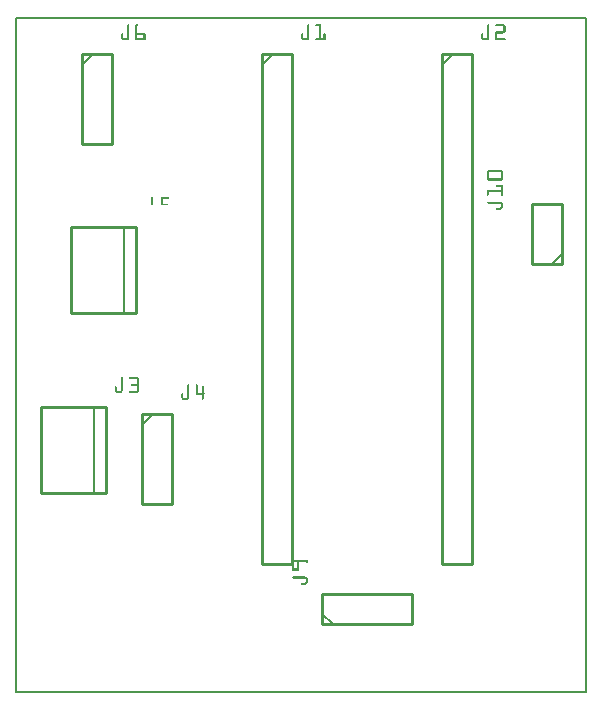
<source format=gto>
G04 MADE WITH FRITZING*
G04 WWW.FRITZING.ORG*
G04 DOUBLE SIDED*
G04 HOLES PLATED*
G04 CONTOUR ON CENTER OF CONTOUR VECTOR*
%ASAXBY*%
%FSLAX23Y23*%
%MOIN*%
%OFA0B0*%
%SFA1.0B1.0*%
%ADD10R,1.909330X2.253490X1.893330X2.237490*%
%ADD11C,0.008000*%
%ADD12C,0.010000*%
%ADD13C,0.005000*%
%ADD14R,0.001000X0.001000*%
%LNSILK1*%
G90*
G70*
G54D11*
X4Y2249D02*
X1905Y2249D01*
X1905Y4D01*
X4Y4D01*
X4Y2249D01*
D02*
G54D12*
X1826Y1430D02*
X1826Y1630D01*
D02*
X1826Y1630D02*
X1726Y1630D01*
D02*
X1726Y1630D02*
X1726Y1430D01*
D02*
X1726Y1430D02*
X1826Y1430D01*
G54D13*
D02*
X1826Y1465D02*
X1791Y1430D01*
G54D12*
D02*
X1026Y230D02*
X1326Y230D01*
D02*
X1326Y230D02*
X1326Y330D01*
D02*
X1326Y330D02*
X1026Y330D01*
D02*
X1026Y330D02*
X1026Y230D01*
G54D13*
D02*
X1061Y230D02*
X1026Y265D01*
G54D12*
D02*
X226Y2130D02*
X226Y1830D01*
D02*
X226Y1830D02*
X326Y1830D01*
D02*
X326Y1830D02*
X326Y2130D01*
D02*
X326Y2130D02*
X226Y2130D01*
G54D13*
D02*
X226Y2095D02*
X261Y2130D01*
G54D12*
D02*
X426Y930D02*
X426Y630D01*
D02*
X426Y630D02*
X526Y630D01*
D02*
X526Y630D02*
X526Y930D01*
D02*
X526Y930D02*
X426Y930D01*
G54D13*
D02*
X426Y895D02*
X461Y930D01*
G54D12*
D02*
X1426Y2130D02*
X1426Y430D01*
D02*
X1426Y430D02*
X1526Y430D01*
D02*
X1526Y430D02*
X1526Y2130D01*
D02*
X1526Y2130D02*
X1426Y2130D01*
G54D13*
D02*
X1426Y2095D02*
X1461Y2130D01*
G54D12*
D02*
X826Y2130D02*
X826Y430D01*
D02*
X826Y430D02*
X926Y430D01*
D02*
X926Y430D02*
X926Y2130D01*
D02*
X926Y2130D02*
X826Y2130D01*
G54D13*
D02*
X826Y2095D02*
X861Y2130D01*
G54D12*
D02*
X188Y1554D02*
X188Y1268D01*
D02*
X188Y1268D02*
X404Y1268D01*
D02*
X404Y1268D02*
X404Y1554D01*
D02*
X404Y1554D02*
X188Y1554D01*
G54D13*
D02*
X364Y1268D02*
X364Y1554D01*
G54D12*
D02*
X88Y954D02*
X88Y668D01*
D02*
X88Y668D02*
X304Y668D01*
D02*
X304Y668D02*
X304Y954D01*
D02*
X304Y954D02*
X88Y954D01*
G54D13*
D02*
X264Y668D02*
X264Y954D01*
G54D14*
X379Y2229D02*
X382Y2229D01*
X405Y2229D02*
X411Y2229D01*
X979Y2229D02*
X981Y2229D01*
X1005Y2229D02*
X1023Y2229D01*
X1579Y2229D02*
X1581Y2229D01*
X1605Y2229D02*
X1632Y2229D01*
X378Y2228D02*
X383Y2228D01*
X404Y2228D02*
X412Y2228D01*
X978Y2228D02*
X983Y2228D01*
X1004Y2228D02*
X1023Y2228D01*
X1578Y2228D02*
X1582Y2228D01*
X1604Y2228D02*
X1634Y2228D01*
X378Y2227D02*
X383Y2227D01*
X404Y2227D02*
X413Y2227D01*
X977Y2227D02*
X983Y2227D01*
X1004Y2227D02*
X1023Y2227D01*
X1577Y2227D02*
X1583Y2227D01*
X1603Y2227D02*
X1635Y2227D01*
X377Y2226D02*
X383Y2226D01*
X404Y2226D02*
X413Y2226D01*
X977Y2226D02*
X983Y2226D01*
X1003Y2226D02*
X1023Y2226D01*
X1577Y2226D02*
X1583Y2226D01*
X1603Y2226D02*
X1636Y2226D01*
X377Y2225D02*
X383Y2225D01*
X403Y2225D02*
X413Y2225D01*
X977Y2225D02*
X983Y2225D01*
X1004Y2225D02*
X1023Y2225D01*
X1577Y2225D02*
X1583Y2225D01*
X1603Y2225D02*
X1636Y2225D01*
X377Y2224D02*
X383Y2224D01*
X403Y2224D02*
X412Y2224D01*
X977Y2224D02*
X983Y2224D01*
X1004Y2224D02*
X1023Y2224D01*
X1577Y2224D02*
X1583Y2224D01*
X1604Y2224D02*
X1637Y2224D01*
X377Y2223D02*
X383Y2223D01*
X403Y2223D02*
X411Y2223D01*
X977Y2223D02*
X983Y2223D01*
X1005Y2223D02*
X1023Y2223D01*
X1577Y2223D02*
X1583Y2223D01*
X1605Y2223D02*
X1637Y2223D01*
X377Y2222D02*
X383Y2222D01*
X403Y2222D02*
X409Y2222D01*
X977Y2222D02*
X983Y2222D01*
X1017Y2222D02*
X1023Y2222D01*
X1577Y2222D02*
X1583Y2222D01*
X1631Y2222D02*
X1637Y2222D01*
X377Y2221D02*
X383Y2221D01*
X403Y2221D02*
X409Y2221D01*
X977Y2221D02*
X983Y2221D01*
X1017Y2221D02*
X1023Y2221D01*
X1577Y2221D02*
X1583Y2221D01*
X1631Y2221D02*
X1637Y2221D01*
X377Y2220D02*
X383Y2220D01*
X403Y2220D02*
X409Y2220D01*
X977Y2220D02*
X983Y2220D01*
X1017Y2220D02*
X1023Y2220D01*
X1577Y2220D02*
X1583Y2220D01*
X1631Y2220D02*
X1637Y2220D01*
X377Y2219D02*
X383Y2219D01*
X403Y2219D02*
X409Y2219D01*
X977Y2219D02*
X983Y2219D01*
X1017Y2219D02*
X1023Y2219D01*
X1577Y2219D02*
X1583Y2219D01*
X1631Y2219D02*
X1637Y2219D01*
X377Y2218D02*
X383Y2218D01*
X403Y2218D02*
X409Y2218D01*
X977Y2218D02*
X983Y2218D01*
X1017Y2218D02*
X1023Y2218D01*
X1577Y2218D02*
X1583Y2218D01*
X1631Y2218D02*
X1637Y2218D01*
X377Y2217D02*
X383Y2217D01*
X403Y2217D02*
X409Y2217D01*
X977Y2217D02*
X983Y2217D01*
X1017Y2217D02*
X1023Y2217D01*
X1577Y2217D02*
X1583Y2217D01*
X1631Y2217D02*
X1637Y2217D01*
X377Y2216D02*
X383Y2216D01*
X403Y2216D02*
X409Y2216D01*
X977Y2216D02*
X983Y2216D01*
X1017Y2216D02*
X1023Y2216D01*
X1577Y2216D02*
X1583Y2216D01*
X1631Y2216D02*
X1637Y2216D01*
X377Y2215D02*
X383Y2215D01*
X403Y2215D02*
X409Y2215D01*
X977Y2215D02*
X983Y2215D01*
X1017Y2215D02*
X1023Y2215D01*
X1577Y2215D02*
X1583Y2215D01*
X1631Y2215D02*
X1637Y2215D01*
X377Y2214D02*
X383Y2214D01*
X403Y2214D02*
X409Y2214D01*
X977Y2214D02*
X983Y2214D01*
X1017Y2214D02*
X1023Y2214D01*
X1577Y2214D02*
X1583Y2214D01*
X1631Y2214D02*
X1637Y2214D01*
X377Y2213D02*
X383Y2213D01*
X403Y2213D02*
X409Y2213D01*
X977Y2213D02*
X983Y2213D01*
X1017Y2213D02*
X1023Y2213D01*
X1577Y2213D02*
X1583Y2213D01*
X1631Y2213D02*
X1637Y2213D01*
X377Y2212D02*
X383Y2212D01*
X403Y2212D02*
X409Y2212D01*
X977Y2212D02*
X983Y2212D01*
X1017Y2212D02*
X1023Y2212D01*
X1577Y2212D02*
X1583Y2212D01*
X1631Y2212D02*
X1637Y2212D01*
X377Y2211D02*
X383Y2211D01*
X403Y2211D02*
X409Y2211D01*
X977Y2211D02*
X983Y2211D01*
X1017Y2211D02*
X1023Y2211D01*
X1577Y2211D02*
X1583Y2211D01*
X1631Y2211D02*
X1637Y2211D01*
X377Y2210D02*
X383Y2210D01*
X403Y2210D02*
X409Y2210D01*
X977Y2210D02*
X983Y2210D01*
X1017Y2210D02*
X1023Y2210D01*
X1577Y2210D02*
X1583Y2210D01*
X1631Y2210D02*
X1637Y2210D01*
X377Y2209D02*
X383Y2209D01*
X403Y2209D02*
X409Y2209D01*
X977Y2209D02*
X983Y2209D01*
X1017Y2209D02*
X1023Y2209D01*
X1577Y2209D02*
X1583Y2209D01*
X1631Y2209D02*
X1637Y2209D01*
X377Y2208D02*
X383Y2208D01*
X403Y2208D02*
X409Y2208D01*
X977Y2208D02*
X983Y2208D01*
X1017Y2208D02*
X1023Y2208D01*
X1577Y2208D02*
X1583Y2208D01*
X1631Y2208D02*
X1637Y2208D01*
X377Y2207D02*
X383Y2207D01*
X403Y2207D02*
X409Y2207D01*
X977Y2207D02*
X983Y2207D01*
X1017Y2207D02*
X1023Y2207D01*
X1577Y2207D02*
X1583Y2207D01*
X1631Y2207D02*
X1637Y2207D01*
X377Y2206D02*
X383Y2206D01*
X403Y2206D02*
X409Y2206D01*
X977Y2206D02*
X983Y2206D01*
X1017Y2206D02*
X1023Y2206D01*
X1577Y2206D02*
X1583Y2206D01*
X1631Y2206D02*
X1637Y2206D01*
X377Y2205D02*
X383Y2205D01*
X403Y2205D02*
X409Y2205D01*
X977Y2205D02*
X983Y2205D01*
X1017Y2205D02*
X1023Y2205D01*
X1577Y2205D02*
X1583Y2205D01*
X1607Y2205D02*
X1637Y2205D01*
X377Y2204D02*
X383Y2204D01*
X403Y2204D02*
X409Y2204D01*
X977Y2204D02*
X983Y2204D01*
X1017Y2204D02*
X1023Y2204D01*
X1577Y2204D02*
X1583Y2204D01*
X1606Y2204D02*
X1637Y2204D01*
X377Y2203D02*
X383Y2203D01*
X403Y2203D02*
X409Y2203D01*
X977Y2203D02*
X983Y2203D01*
X1017Y2203D02*
X1023Y2203D01*
X1577Y2203D02*
X1583Y2203D01*
X1605Y2203D02*
X1636Y2203D01*
X377Y2202D02*
X383Y2202D01*
X403Y2202D02*
X409Y2202D01*
X977Y2202D02*
X983Y2202D01*
X1017Y2202D02*
X1023Y2202D01*
X1577Y2202D02*
X1583Y2202D01*
X1604Y2202D02*
X1636Y2202D01*
X377Y2201D02*
X383Y2201D01*
X403Y2201D02*
X409Y2201D01*
X977Y2201D02*
X983Y2201D01*
X1017Y2201D02*
X1023Y2201D01*
X1577Y2201D02*
X1583Y2201D01*
X1604Y2201D02*
X1635Y2201D01*
X360Y2200D02*
X360Y2200D01*
X377Y2200D02*
X383Y2200D01*
X403Y2200D02*
X434Y2200D01*
X977Y2200D02*
X983Y2200D01*
X1017Y2200D02*
X1023Y2200D01*
X1034Y2200D02*
X1034Y2200D01*
X1577Y2200D02*
X1583Y2200D01*
X1603Y2200D02*
X1633Y2200D01*
X358Y2199D02*
X362Y2199D01*
X377Y2199D02*
X383Y2199D01*
X403Y2199D02*
X436Y2199D01*
X958Y2199D02*
X962Y2199D01*
X977Y2199D02*
X983Y2199D01*
X1017Y2199D02*
X1023Y2199D01*
X1032Y2199D02*
X1036Y2199D01*
X1558Y2199D02*
X1561Y2199D01*
X1577Y2199D02*
X1583Y2199D01*
X1603Y2199D02*
X1630Y2199D01*
X357Y2198D02*
X362Y2198D01*
X377Y2198D02*
X383Y2198D01*
X403Y2198D02*
X437Y2198D01*
X957Y2198D02*
X962Y2198D01*
X977Y2198D02*
X983Y2198D01*
X1017Y2198D02*
X1023Y2198D01*
X1031Y2198D02*
X1037Y2198D01*
X1557Y2198D02*
X1562Y2198D01*
X1577Y2198D02*
X1583Y2198D01*
X1603Y2198D02*
X1609Y2198D01*
X357Y2197D02*
X363Y2197D01*
X377Y2197D02*
X383Y2197D01*
X403Y2197D02*
X437Y2197D01*
X957Y2197D02*
X963Y2197D01*
X977Y2197D02*
X983Y2197D01*
X1017Y2197D02*
X1023Y2197D01*
X1031Y2197D02*
X1037Y2197D01*
X1557Y2197D02*
X1562Y2197D01*
X1577Y2197D02*
X1583Y2197D01*
X1603Y2197D02*
X1609Y2197D01*
X357Y2196D02*
X363Y2196D01*
X377Y2196D02*
X383Y2196D01*
X403Y2196D02*
X437Y2196D01*
X957Y2196D02*
X963Y2196D01*
X977Y2196D02*
X983Y2196D01*
X1017Y2196D02*
X1023Y2196D01*
X1031Y2196D02*
X1037Y2196D01*
X1556Y2196D02*
X1563Y2196D01*
X1577Y2196D02*
X1583Y2196D01*
X1603Y2196D02*
X1609Y2196D01*
X357Y2195D02*
X363Y2195D01*
X377Y2195D02*
X383Y2195D01*
X403Y2195D02*
X437Y2195D01*
X957Y2195D02*
X963Y2195D01*
X977Y2195D02*
X983Y2195D01*
X1017Y2195D02*
X1023Y2195D01*
X1031Y2195D02*
X1037Y2195D01*
X1556Y2195D02*
X1563Y2195D01*
X1577Y2195D02*
X1583Y2195D01*
X1603Y2195D02*
X1609Y2195D01*
X357Y2194D02*
X363Y2194D01*
X377Y2194D02*
X383Y2194D01*
X403Y2194D02*
X437Y2194D01*
X957Y2194D02*
X963Y2194D01*
X977Y2194D02*
X983Y2194D01*
X1017Y2194D02*
X1023Y2194D01*
X1031Y2194D02*
X1037Y2194D01*
X1556Y2194D02*
X1563Y2194D01*
X1577Y2194D02*
X1583Y2194D01*
X1603Y2194D02*
X1609Y2194D01*
X357Y2193D02*
X363Y2193D01*
X377Y2193D02*
X383Y2193D01*
X403Y2193D02*
X410Y2193D01*
X431Y2193D02*
X437Y2193D01*
X957Y2193D02*
X963Y2193D01*
X977Y2193D02*
X983Y2193D01*
X1017Y2193D02*
X1023Y2193D01*
X1031Y2193D02*
X1037Y2193D01*
X1556Y2193D02*
X1563Y2193D01*
X1577Y2193D02*
X1583Y2193D01*
X1603Y2193D02*
X1609Y2193D01*
X357Y2192D02*
X363Y2192D01*
X377Y2192D02*
X383Y2192D01*
X403Y2192D02*
X409Y2192D01*
X431Y2192D02*
X437Y2192D01*
X957Y2192D02*
X963Y2192D01*
X977Y2192D02*
X983Y2192D01*
X1017Y2192D02*
X1023Y2192D01*
X1031Y2192D02*
X1037Y2192D01*
X1556Y2192D02*
X1563Y2192D01*
X1577Y2192D02*
X1583Y2192D01*
X1603Y2192D02*
X1609Y2192D01*
X357Y2191D02*
X363Y2191D01*
X377Y2191D02*
X383Y2191D01*
X403Y2191D02*
X409Y2191D01*
X431Y2191D02*
X437Y2191D01*
X957Y2191D02*
X963Y2191D01*
X977Y2191D02*
X983Y2191D01*
X1017Y2191D02*
X1023Y2191D01*
X1031Y2191D02*
X1037Y2191D01*
X1556Y2191D02*
X1563Y2191D01*
X1577Y2191D02*
X1583Y2191D01*
X1603Y2191D02*
X1609Y2191D01*
X357Y2190D02*
X363Y2190D01*
X377Y2190D02*
X383Y2190D01*
X403Y2190D02*
X409Y2190D01*
X431Y2190D02*
X437Y2190D01*
X957Y2190D02*
X963Y2190D01*
X977Y2190D02*
X983Y2190D01*
X1017Y2190D02*
X1023Y2190D01*
X1031Y2190D02*
X1037Y2190D01*
X1556Y2190D02*
X1563Y2190D01*
X1577Y2190D02*
X1583Y2190D01*
X1603Y2190D02*
X1609Y2190D01*
X357Y2189D02*
X363Y2189D01*
X377Y2189D02*
X383Y2189D01*
X403Y2189D02*
X409Y2189D01*
X431Y2189D02*
X437Y2189D01*
X957Y2189D02*
X963Y2189D01*
X977Y2189D02*
X983Y2189D01*
X1017Y2189D02*
X1023Y2189D01*
X1031Y2189D02*
X1037Y2189D01*
X1556Y2189D02*
X1563Y2189D01*
X1577Y2189D02*
X1583Y2189D01*
X1603Y2189D02*
X1609Y2189D01*
X357Y2188D02*
X363Y2188D01*
X377Y2188D02*
X383Y2188D01*
X403Y2188D02*
X409Y2188D01*
X431Y2188D02*
X437Y2188D01*
X957Y2188D02*
X963Y2188D01*
X977Y2188D02*
X983Y2188D01*
X1017Y2188D02*
X1023Y2188D01*
X1031Y2188D02*
X1037Y2188D01*
X1556Y2188D02*
X1563Y2188D01*
X1577Y2188D02*
X1583Y2188D01*
X1603Y2188D02*
X1609Y2188D01*
X357Y2187D02*
X363Y2187D01*
X377Y2187D02*
X383Y2187D01*
X403Y2187D02*
X409Y2187D01*
X431Y2187D02*
X437Y2187D01*
X957Y2187D02*
X963Y2187D01*
X977Y2187D02*
X983Y2187D01*
X1017Y2187D02*
X1023Y2187D01*
X1031Y2187D02*
X1037Y2187D01*
X1556Y2187D02*
X1563Y2187D01*
X1577Y2187D02*
X1583Y2187D01*
X1603Y2187D02*
X1609Y2187D01*
X357Y2186D02*
X363Y2186D01*
X377Y2186D02*
X383Y2186D01*
X403Y2186D02*
X409Y2186D01*
X431Y2186D02*
X437Y2186D01*
X957Y2186D02*
X963Y2186D01*
X977Y2186D02*
X983Y2186D01*
X1017Y2186D02*
X1023Y2186D01*
X1031Y2186D02*
X1037Y2186D01*
X1557Y2186D02*
X1563Y2186D01*
X1577Y2186D02*
X1583Y2186D01*
X1603Y2186D02*
X1609Y2186D01*
X357Y2185D02*
X363Y2185D01*
X377Y2185D02*
X383Y2185D01*
X403Y2185D02*
X409Y2185D01*
X431Y2185D02*
X437Y2185D01*
X957Y2185D02*
X963Y2185D01*
X977Y2185D02*
X983Y2185D01*
X1017Y2185D02*
X1023Y2185D01*
X1031Y2185D02*
X1037Y2185D01*
X1557Y2185D02*
X1563Y2185D01*
X1577Y2185D02*
X1583Y2185D01*
X1603Y2185D02*
X1609Y2185D01*
X357Y2184D02*
X363Y2184D01*
X377Y2184D02*
X383Y2184D01*
X403Y2184D02*
X409Y2184D01*
X431Y2184D02*
X437Y2184D01*
X957Y2184D02*
X963Y2184D01*
X977Y2184D02*
X983Y2184D01*
X1017Y2184D02*
X1023Y2184D01*
X1031Y2184D02*
X1037Y2184D01*
X1557Y2184D02*
X1563Y2184D01*
X1577Y2184D02*
X1583Y2184D01*
X1603Y2184D02*
X1609Y2184D01*
X357Y2183D02*
X364Y2183D01*
X376Y2183D02*
X383Y2183D01*
X403Y2183D02*
X409Y2183D01*
X431Y2183D02*
X437Y2183D01*
X957Y2183D02*
X964Y2183D01*
X976Y2183D02*
X983Y2183D01*
X1017Y2183D02*
X1023Y2183D01*
X1031Y2183D02*
X1037Y2183D01*
X1557Y2183D02*
X1564Y2183D01*
X1576Y2183D02*
X1583Y2183D01*
X1603Y2183D02*
X1609Y2183D01*
X357Y2182D02*
X383Y2182D01*
X403Y2182D02*
X437Y2182D01*
X957Y2182D02*
X983Y2182D01*
X1005Y2182D02*
X1037Y2182D01*
X1557Y2182D02*
X1582Y2182D01*
X1603Y2182D02*
X1635Y2182D01*
X358Y2181D02*
X382Y2181D01*
X403Y2181D02*
X437Y2181D01*
X958Y2181D02*
X982Y2181D01*
X1004Y2181D02*
X1037Y2181D01*
X1558Y2181D02*
X1582Y2181D01*
X1603Y2181D02*
X1636Y2181D01*
X359Y2180D02*
X382Y2180D01*
X403Y2180D02*
X437Y2180D01*
X958Y2180D02*
X981Y2180D01*
X1004Y2180D02*
X1037Y2180D01*
X1558Y2180D02*
X1581Y2180D01*
X1603Y2180D02*
X1637Y2180D01*
X359Y2179D02*
X381Y2179D01*
X404Y2179D02*
X437Y2179D01*
X959Y2179D02*
X981Y2179D01*
X1003Y2179D02*
X1037Y2179D01*
X1559Y2179D02*
X1581Y2179D01*
X1603Y2179D02*
X1637Y2179D01*
X360Y2178D02*
X380Y2178D01*
X404Y2178D02*
X437Y2178D01*
X960Y2178D02*
X980Y2178D01*
X1004Y2178D02*
X1037Y2178D01*
X1560Y2178D02*
X1580Y2178D01*
X1603Y2178D02*
X1637Y2178D01*
X362Y2177D02*
X378Y2177D01*
X404Y2177D02*
X436Y2177D01*
X962Y2177D02*
X978Y2177D01*
X1004Y2177D02*
X1036Y2177D01*
X1561Y2177D02*
X1578Y2177D01*
X1603Y2177D02*
X1636Y2177D01*
X364Y2176D02*
X376Y2176D01*
X405Y2176D02*
X435Y2176D01*
X964Y2176D02*
X976Y2176D01*
X1005Y2176D02*
X1035Y2176D01*
X1563Y2176D02*
X1576Y2176D01*
X1603Y2176D02*
X1635Y2176D01*
X1580Y1742D02*
X1624Y1742D01*
X1578Y1741D02*
X1626Y1741D01*
X1577Y1740D02*
X1627Y1740D01*
X1576Y1739D02*
X1628Y1739D01*
X1576Y1738D02*
X1628Y1738D01*
X1576Y1737D02*
X1628Y1737D01*
X1575Y1736D02*
X1629Y1736D01*
X1575Y1735D02*
X1581Y1735D01*
X1623Y1735D02*
X1629Y1735D01*
X1575Y1734D02*
X1581Y1734D01*
X1623Y1734D02*
X1629Y1734D01*
X1575Y1733D02*
X1581Y1733D01*
X1623Y1733D02*
X1629Y1733D01*
X1575Y1732D02*
X1581Y1732D01*
X1623Y1732D02*
X1629Y1732D01*
X1575Y1731D02*
X1581Y1731D01*
X1623Y1731D02*
X1629Y1731D01*
X1575Y1730D02*
X1581Y1730D01*
X1623Y1730D02*
X1629Y1730D01*
X1575Y1729D02*
X1581Y1729D01*
X1623Y1729D02*
X1629Y1729D01*
X1575Y1728D02*
X1581Y1728D01*
X1623Y1728D02*
X1629Y1728D01*
X1575Y1727D02*
X1581Y1727D01*
X1623Y1727D02*
X1629Y1727D01*
X1575Y1726D02*
X1581Y1726D01*
X1623Y1726D02*
X1629Y1726D01*
X1575Y1725D02*
X1581Y1725D01*
X1623Y1725D02*
X1629Y1725D01*
X1575Y1724D02*
X1581Y1724D01*
X1623Y1724D02*
X1629Y1724D01*
X1575Y1723D02*
X1581Y1723D01*
X1623Y1723D02*
X1629Y1723D01*
X1575Y1722D02*
X1581Y1722D01*
X1623Y1722D02*
X1629Y1722D01*
X1575Y1721D02*
X1581Y1721D01*
X1623Y1721D02*
X1629Y1721D01*
X1575Y1720D02*
X1581Y1720D01*
X1623Y1720D02*
X1629Y1720D01*
X1575Y1719D02*
X1581Y1719D01*
X1623Y1719D02*
X1629Y1719D01*
X1575Y1718D02*
X1581Y1718D01*
X1623Y1718D02*
X1629Y1718D01*
X1575Y1717D02*
X1581Y1717D01*
X1623Y1717D02*
X1629Y1717D01*
X1575Y1716D02*
X1581Y1716D01*
X1623Y1716D02*
X1629Y1716D01*
X1575Y1715D02*
X1629Y1715D01*
X1575Y1714D02*
X1628Y1714D01*
X1576Y1713D02*
X1628Y1713D01*
X1576Y1712D02*
X1628Y1712D01*
X1577Y1711D02*
X1627Y1711D01*
X1578Y1710D02*
X1626Y1710D01*
X1579Y1709D02*
X1625Y1709D01*
X1607Y1692D02*
X1627Y1692D01*
X1606Y1691D02*
X1628Y1691D01*
X1605Y1690D02*
X1628Y1690D01*
X1605Y1689D02*
X1629Y1689D01*
X1605Y1688D02*
X1629Y1688D01*
X1605Y1687D02*
X1629Y1687D01*
X1606Y1686D02*
X1629Y1686D01*
X1622Y1685D02*
X1629Y1685D01*
X1623Y1684D02*
X1629Y1684D01*
X1623Y1683D02*
X1629Y1683D01*
X1623Y1682D02*
X1629Y1682D01*
X1623Y1681D02*
X1629Y1681D01*
X1623Y1680D02*
X1629Y1680D01*
X1622Y1679D02*
X1629Y1679D01*
X1575Y1678D02*
X1629Y1678D01*
X1575Y1677D02*
X1629Y1677D01*
X1575Y1676D02*
X1629Y1676D01*
X1575Y1675D02*
X1629Y1675D01*
X1575Y1674D02*
X1629Y1674D01*
X1575Y1673D02*
X1629Y1673D01*
X1575Y1672D02*
X1629Y1672D01*
X1575Y1671D02*
X1581Y1671D01*
X1623Y1671D02*
X1629Y1671D01*
X1575Y1670D02*
X1581Y1670D01*
X1623Y1670D02*
X1629Y1670D01*
X1575Y1669D02*
X1581Y1669D01*
X1623Y1669D02*
X1629Y1669D01*
X1575Y1668D02*
X1581Y1668D01*
X1623Y1668D02*
X1629Y1668D01*
X1575Y1667D02*
X1581Y1667D01*
X1623Y1667D02*
X1629Y1667D01*
X1575Y1666D02*
X1581Y1666D01*
X1623Y1666D02*
X1629Y1666D01*
X1575Y1665D02*
X1581Y1665D01*
X1623Y1665D02*
X1629Y1665D01*
X1575Y1664D02*
X1581Y1664D01*
X1623Y1664D02*
X1629Y1664D01*
X1575Y1663D02*
X1581Y1663D01*
X1623Y1663D02*
X1629Y1663D01*
X1575Y1662D02*
X1581Y1662D01*
X1623Y1662D02*
X1629Y1662D01*
X1575Y1661D02*
X1581Y1661D01*
X1623Y1661D02*
X1628Y1661D01*
X1576Y1660D02*
X1581Y1660D01*
X1623Y1660D02*
X1628Y1660D01*
X1576Y1659D02*
X1580Y1659D01*
X1623Y1659D02*
X1628Y1659D01*
X1578Y1658D02*
X1579Y1658D01*
X1625Y1658D02*
X1626Y1658D01*
X457Y1653D02*
X460Y1653D01*
X488Y1653D02*
X513Y1653D01*
X456Y1652D02*
X461Y1652D01*
X488Y1652D02*
X514Y1652D01*
X456Y1651D02*
X461Y1651D01*
X488Y1651D02*
X515Y1651D01*
X455Y1650D02*
X461Y1650D01*
X488Y1650D02*
X515Y1650D01*
X455Y1649D02*
X461Y1649D01*
X488Y1649D02*
X515Y1649D01*
X455Y1648D02*
X461Y1648D01*
X488Y1648D02*
X514Y1648D01*
X455Y1647D02*
X461Y1647D01*
X488Y1647D02*
X513Y1647D01*
X455Y1646D02*
X461Y1646D01*
X488Y1646D02*
X494Y1646D01*
X455Y1645D02*
X461Y1645D01*
X488Y1645D02*
X494Y1645D01*
X455Y1644D02*
X461Y1644D01*
X488Y1644D02*
X494Y1644D01*
X455Y1643D02*
X461Y1643D01*
X488Y1643D02*
X494Y1643D01*
X455Y1642D02*
X461Y1642D01*
X488Y1642D02*
X494Y1642D01*
X455Y1641D02*
X461Y1641D01*
X488Y1641D02*
X494Y1641D01*
X455Y1640D02*
X461Y1640D01*
X488Y1640D02*
X494Y1640D01*
X455Y1639D02*
X461Y1639D01*
X488Y1639D02*
X494Y1639D01*
X455Y1638D02*
X461Y1638D01*
X488Y1638D02*
X494Y1638D01*
X1577Y1638D02*
X1622Y1638D01*
X455Y1637D02*
X461Y1637D01*
X488Y1637D02*
X494Y1637D01*
X1576Y1637D02*
X1624Y1637D01*
X455Y1636D02*
X461Y1636D01*
X488Y1636D02*
X494Y1636D01*
X1576Y1636D02*
X1625Y1636D01*
X455Y1635D02*
X461Y1635D01*
X488Y1635D02*
X494Y1635D01*
X1575Y1635D02*
X1626Y1635D01*
X455Y1634D02*
X461Y1634D01*
X488Y1634D02*
X494Y1634D01*
X1576Y1634D02*
X1627Y1634D01*
X455Y1633D02*
X461Y1633D01*
X488Y1633D02*
X494Y1633D01*
X1576Y1633D02*
X1627Y1633D01*
X455Y1632D02*
X461Y1632D01*
X488Y1632D02*
X494Y1632D01*
X1578Y1632D02*
X1628Y1632D01*
X455Y1631D02*
X461Y1631D01*
X488Y1631D02*
X494Y1631D01*
X1621Y1631D02*
X1628Y1631D01*
X455Y1630D02*
X461Y1630D01*
X488Y1630D02*
X508Y1630D01*
X1622Y1630D02*
X1628Y1630D01*
X455Y1629D02*
X461Y1629D01*
X488Y1629D02*
X512Y1629D01*
X1622Y1629D02*
X1628Y1629D01*
X455Y1628D02*
X461Y1628D01*
X488Y1628D02*
X513Y1628D01*
X1623Y1628D02*
X1629Y1628D01*
X455Y1627D02*
X461Y1627D01*
X488Y1627D02*
X514Y1627D01*
X1623Y1627D02*
X1629Y1627D01*
X1623Y1626D02*
X1629Y1626D01*
X1623Y1625D02*
X1629Y1625D01*
X1623Y1624D02*
X1629Y1624D01*
X1623Y1623D02*
X1629Y1623D01*
X1623Y1622D02*
X1629Y1622D01*
X1622Y1621D02*
X1628Y1621D01*
X1622Y1620D02*
X1628Y1620D01*
X1621Y1619D02*
X1628Y1619D01*
X1608Y1618D02*
X1628Y1618D01*
X1606Y1617D02*
X1627Y1617D01*
X1605Y1616D02*
X1627Y1616D01*
X1605Y1615D02*
X1626Y1615D01*
X1605Y1614D02*
X1625Y1614D01*
X1605Y1613D02*
X1624Y1613D01*
X1606Y1612D02*
X1622Y1612D01*
X357Y1053D02*
X360Y1053D01*
X383Y1053D02*
X411Y1053D01*
X356Y1052D02*
X361Y1052D01*
X382Y1052D02*
X412Y1052D01*
X356Y1051D02*
X361Y1051D01*
X382Y1051D02*
X413Y1051D01*
X355Y1050D02*
X361Y1050D01*
X382Y1050D02*
X414Y1050D01*
X355Y1049D02*
X361Y1049D01*
X382Y1049D02*
X415Y1049D01*
X355Y1048D02*
X361Y1048D01*
X382Y1048D02*
X415Y1048D01*
X355Y1047D02*
X361Y1047D01*
X384Y1047D02*
X415Y1047D01*
X355Y1046D02*
X361Y1046D01*
X409Y1046D02*
X415Y1046D01*
X355Y1045D02*
X361Y1045D01*
X409Y1045D02*
X415Y1045D01*
X355Y1044D02*
X361Y1044D01*
X409Y1044D02*
X415Y1044D01*
X355Y1043D02*
X361Y1043D01*
X409Y1043D02*
X415Y1043D01*
X355Y1042D02*
X361Y1042D01*
X409Y1042D02*
X415Y1042D01*
X355Y1041D02*
X361Y1041D01*
X409Y1041D02*
X415Y1041D01*
X355Y1040D02*
X361Y1040D01*
X409Y1040D02*
X415Y1040D01*
X355Y1039D02*
X361Y1039D01*
X409Y1039D02*
X415Y1039D01*
X355Y1038D02*
X361Y1038D01*
X409Y1038D02*
X415Y1038D01*
X355Y1037D02*
X361Y1037D01*
X409Y1037D02*
X415Y1037D01*
X355Y1036D02*
X361Y1036D01*
X409Y1036D02*
X415Y1036D01*
X355Y1035D02*
X361Y1035D01*
X409Y1035D02*
X415Y1035D01*
X355Y1034D02*
X361Y1034D01*
X409Y1034D02*
X415Y1034D01*
X355Y1033D02*
X361Y1033D01*
X409Y1033D02*
X415Y1033D01*
X355Y1032D02*
X361Y1032D01*
X409Y1032D02*
X415Y1032D01*
X355Y1031D02*
X361Y1031D01*
X408Y1031D02*
X415Y1031D01*
X355Y1030D02*
X361Y1030D01*
X391Y1030D02*
X414Y1030D01*
X355Y1029D02*
X361Y1029D01*
X389Y1029D02*
X414Y1029D01*
X579Y1029D02*
X582Y1029D01*
X607Y1029D02*
X610Y1029D01*
X355Y1028D02*
X361Y1028D01*
X389Y1028D02*
X413Y1028D01*
X578Y1028D02*
X583Y1028D01*
X606Y1028D02*
X611Y1028D01*
X355Y1027D02*
X361Y1027D01*
X388Y1027D02*
X413Y1027D01*
X578Y1027D02*
X583Y1027D01*
X605Y1027D02*
X611Y1027D01*
X355Y1026D02*
X361Y1026D01*
X388Y1026D02*
X413Y1026D01*
X577Y1026D02*
X583Y1026D01*
X605Y1026D02*
X611Y1026D01*
X355Y1025D02*
X361Y1025D01*
X389Y1025D02*
X414Y1025D01*
X577Y1025D02*
X583Y1025D01*
X605Y1025D02*
X611Y1025D01*
X337Y1024D02*
X338Y1024D01*
X355Y1024D02*
X361Y1024D01*
X390Y1024D02*
X414Y1024D01*
X577Y1024D02*
X583Y1024D01*
X605Y1024D02*
X611Y1024D01*
X336Y1023D02*
X340Y1023D01*
X355Y1023D02*
X361Y1023D01*
X406Y1023D02*
X414Y1023D01*
X577Y1023D02*
X583Y1023D01*
X605Y1023D02*
X611Y1023D01*
X627Y1023D02*
X631Y1023D01*
X335Y1022D02*
X340Y1022D01*
X355Y1022D02*
X361Y1022D01*
X408Y1022D02*
X415Y1022D01*
X577Y1022D02*
X583Y1022D01*
X605Y1022D02*
X611Y1022D01*
X626Y1022D02*
X631Y1022D01*
X335Y1021D02*
X341Y1021D01*
X355Y1021D02*
X361Y1021D01*
X409Y1021D02*
X415Y1021D01*
X577Y1021D02*
X583Y1021D01*
X605Y1021D02*
X611Y1021D01*
X626Y1021D02*
X632Y1021D01*
X335Y1020D02*
X341Y1020D01*
X355Y1020D02*
X361Y1020D01*
X409Y1020D02*
X415Y1020D01*
X577Y1020D02*
X583Y1020D01*
X605Y1020D02*
X611Y1020D01*
X626Y1020D02*
X632Y1020D01*
X335Y1019D02*
X341Y1019D01*
X355Y1019D02*
X361Y1019D01*
X409Y1019D02*
X415Y1019D01*
X577Y1019D02*
X583Y1019D01*
X605Y1019D02*
X611Y1019D01*
X626Y1019D02*
X632Y1019D01*
X335Y1018D02*
X341Y1018D01*
X355Y1018D02*
X361Y1018D01*
X409Y1018D02*
X415Y1018D01*
X577Y1018D02*
X583Y1018D01*
X605Y1018D02*
X611Y1018D01*
X626Y1018D02*
X632Y1018D01*
X335Y1017D02*
X341Y1017D01*
X355Y1017D02*
X361Y1017D01*
X409Y1017D02*
X415Y1017D01*
X577Y1017D02*
X583Y1017D01*
X605Y1017D02*
X611Y1017D01*
X626Y1017D02*
X632Y1017D01*
X335Y1016D02*
X341Y1016D01*
X355Y1016D02*
X361Y1016D01*
X409Y1016D02*
X415Y1016D01*
X577Y1016D02*
X583Y1016D01*
X605Y1016D02*
X611Y1016D01*
X626Y1016D02*
X632Y1016D01*
X335Y1015D02*
X341Y1015D01*
X355Y1015D02*
X361Y1015D01*
X409Y1015D02*
X415Y1015D01*
X577Y1015D02*
X583Y1015D01*
X605Y1015D02*
X611Y1015D01*
X626Y1015D02*
X632Y1015D01*
X335Y1014D02*
X341Y1014D01*
X355Y1014D02*
X361Y1014D01*
X409Y1014D02*
X415Y1014D01*
X577Y1014D02*
X583Y1014D01*
X605Y1014D02*
X611Y1014D01*
X626Y1014D02*
X632Y1014D01*
X335Y1013D02*
X341Y1013D01*
X355Y1013D02*
X361Y1013D01*
X409Y1013D02*
X415Y1013D01*
X577Y1013D02*
X583Y1013D01*
X605Y1013D02*
X611Y1013D01*
X626Y1013D02*
X632Y1013D01*
X335Y1012D02*
X341Y1012D01*
X355Y1012D02*
X361Y1012D01*
X409Y1012D02*
X415Y1012D01*
X577Y1012D02*
X583Y1012D01*
X605Y1012D02*
X611Y1012D01*
X626Y1012D02*
X632Y1012D01*
X335Y1011D02*
X341Y1011D01*
X355Y1011D02*
X361Y1011D01*
X409Y1011D02*
X415Y1011D01*
X577Y1011D02*
X583Y1011D01*
X605Y1011D02*
X611Y1011D01*
X626Y1011D02*
X632Y1011D01*
X335Y1010D02*
X341Y1010D01*
X355Y1010D02*
X361Y1010D01*
X409Y1010D02*
X415Y1010D01*
X577Y1010D02*
X583Y1010D01*
X605Y1010D02*
X611Y1010D01*
X626Y1010D02*
X632Y1010D01*
X335Y1009D02*
X341Y1009D01*
X355Y1009D02*
X361Y1009D01*
X409Y1009D02*
X415Y1009D01*
X577Y1009D02*
X583Y1009D01*
X605Y1009D02*
X611Y1009D01*
X626Y1009D02*
X632Y1009D01*
X335Y1008D02*
X341Y1008D01*
X355Y1008D02*
X361Y1008D01*
X409Y1008D02*
X415Y1008D01*
X577Y1008D02*
X583Y1008D01*
X605Y1008D02*
X611Y1008D01*
X626Y1008D02*
X632Y1008D01*
X335Y1007D02*
X343Y1007D01*
X354Y1007D02*
X361Y1007D01*
X409Y1007D02*
X415Y1007D01*
X577Y1007D02*
X583Y1007D01*
X605Y1007D02*
X611Y1007D01*
X626Y1007D02*
X632Y1007D01*
X336Y1006D02*
X361Y1006D01*
X383Y1006D02*
X415Y1006D01*
X577Y1006D02*
X583Y1006D01*
X605Y1006D02*
X611Y1006D01*
X626Y1006D02*
X632Y1006D01*
X336Y1005D02*
X360Y1005D01*
X382Y1005D02*
X415Y1005D01*
X577Y1005D02*
X583Y1005D01*
X605Y1005D02*
X611Y1005D01*
X626Y1005D02*
X632Y1005D01*
X337Y1004D02*
X359Y1004D01*
X382Y1004D02*
X415Y1004D01*
X577Y1004D02*
X583Y1004D01*
X605Y1004D02*
X611Y1004D01*
X626Y1004D02*
X632Y1004D01*
X337Y1003D02*
X359Y1003D01*
X382Y1003D02*
X414Y1003D01*
X577Y1003D02*
X583Y1003D01*
X605Y1003D02*
X611Y1003D01*
X626Y1003D02*
X632Y1003D01*
X339Y1002D02*
X358Y1002D01*
X382Y1002D02*
X413Y1002D01*
X577Y1002D02*
X583Y1002D01*
X605Y1002D02*
X611Y1002D01*
X626Y1002D02*
X632Y1002D01*
X340Y1001D02*
X356Y1001D01*
X382Y1001D02*
X412Y1001D01*
X577Y1001D02*
X583Y1001D01*
X605Y1001D02*
X611Y1001D01*
X626Y1001D02*
X632Y1001D01*
X342Y1000D02*
X354Y1000D01*
X383Y1000D02*
X411Y1000D01*
X559Y1000D02*
X561Y1000D01*
X577Y1000D02*
X583Y1000D01*
X605Y1000D02*
X633Y1000D01*
X558Y999D02*
X562Y999D01*
X577Y999D02*
X583Y999D01*
X605Y999D02*
X634Y999D01*
X557Y998D02*
X562Y998D01*
X577Y998D02*
X583Y998D01*
X605Y998D02*
X634Y998D01*
X557Y997D02*
X563Y997D01*
X577Y997D02*
X583Y997D01*
X605Y997D02*
X634Y997D01*
X557Y996D02*
X563Y996D01*
X577Y996D02*
X583Y996D01*
X605Y996D02*
X634Y996D01*
X557Y995D02*
X563Y995D01*
X577Y995D02*
X583Y995D01*
X605Y995D02*
X633Y995D01*
X557Y994D02*
X563Y994D01*
X577Y994D02*
X583Y994D01*
X605Y994D02*
X633Y994D01*
X557Y993D02*
X563Y993D01*
X577Y993D02*
X583Y993D01*
X626Y993D02*
X632Y993D01*
X557Y992D02*
X563Y992D01*
X577Y992D02*
X583Y992D01*
X626Y992D02*
X632Y992D01*
X557Y991D02*
X563Y991D01*
X577Y991D02*
X583Y991D01*
X626Y991D02*
X632Y991D01*
X557Y990D02*
X563Y990D01*
X577Y990D02*
X583Y990D01*
X626Y990D02*
X632Y990D01*
X557Y989D02*
X563Y989D01*
X577Y989D02*
X583Y989D01*
X626Y989D02*
X631Y989D01*
X557Y988D02*
X563Y988D01*
X577Y988D02*
X583Y988D01*
X626Y988D02*
X631Y988D01*
X557Y987D02*
X563Y987D01*
X577Y987D02*
X583Y987D01*
X626Y987D02*
X631Y987D01*
X557Y986D02*
X563Y986D01*
X577Y986D02*
X583Y986D01*
X626Y986D02*
X631Y986D01*
X557Y985D02*
X563Y985D01*
X577Y985D02*
X583Y985D01*
X626Y985D02*
X631Y985D01*
X557Y984D02*
X563Y984D01*
X577Y984D02*
X583Y984D01*
X626Y984D02*
X631Y984D01*
X557Y983D02*
X565Y983D01*
X575Y983D02*
X583Y983D01*
X626Y983D02*
X631Y983D01*
X558Y982D02*
X583Y982D01*
X626Y982D02*
X631Y982D01*
X558Y981D02*
X582Y981D01*
X626Y981D02*
X630Y981D01*
X559Y980D02*
X581Y980D01*
X626Y980D02*
X630Y980D01*
X560Y979D02*
X580Y979D01*
X626Y979D02*
X630Y979D01*
X561Y978D02*
X579Y978D01*
X626Y978D02*
X631Y978D01*
X562Y977D02*
X578Y977D01*
X627Y977D02*
X631Y977D01*
X565Y976D02*
X576Y976D01*
X628Y976D02*
X630Y976D01*
X927Y442D02*
X977Y442D01*
X926Y441D02*
X978Y441D01*
X926Y440D02*
X978Y440D01*
X926Y439D02*
X979Y439D01*
X925Y438D02*
X979Y438D01*
X925Y437D02*
X979Y437D01*
X925Y436D02*
X979Y436D01*
X925Y435D02*
X932Y435D01*
X943Y435D02*
X949Y435D01*
X973Y435D02*
X979Y435D01*
X925Y434D02*
X932Y434D01*
X943Y434D02*
X949Y434D01*
X973Y434D02*
X978Y434D01*
X925Y433D02*
X932Y433D01*
X943Y433D02*
X949Y433D01*
X974Y433D02*
X977Y433D01*
X925Y432D02*
X932Y432D01*
X943Y432D02*
X949Y432D01*
X925Y431D02*
X932Y431D01*
X943Y431D02*
X949Y431D01*
X925Y430D02*
X932Y430D01*
X943Y430D02*
X949Y430D01*
X925Y429D02*
X932Y429D01*
X943Y429D02*
X949Y429D01*
X925Y428D02*
X932Y428D01*
X943Y428D02*
X949Y428D01*
X925Y427D02*
X932Y427D01*
X943Y427D02*
X949Y427D01*
X925Y426D02*
X932Y426D01*
X943Y426D02*
X949Y426D01*
X925Y425D02*
X932Y425D01*
X943Y425D02*
X949Y425D01*
X925Y424D02*
X932Y424D01*
X943Y424D02*
X949Y424D01*
X925Y423D02*
X932Y423D01*
X943Y423D02*
X949Y423D01*
X925Y422D02*
X932Y422D01*
X943Y422D02*
X949Y422D01*
X925Y421D02*
X932Y421D01*
X943Y421D02*
X949Y421D01*
X925Y420D02*
X932Y420D01*
X943Y420D02*
X949Y420D01*
X925Y419D02*
X932Y419D01*
X943Y419D02*
X949Y419D01*
X925Y418D02*
X932Y418D01*
X943Y418D02*
X949Y418D01*
X925Y417D02*
X932Y417D01*
X943Y417D02*
X949Y417D01*
X925Y416D02*
X932Y416D01*
X943Y416D02*
X949Y416D01*
X925Y415D02*
X949Y415D01*
X925Y414D02*
X949Y414D01*
X925Y413D02*
X949Y413D01*
X925Y412D02*
X949Y412D01*
X926Y411D02*
X949Y411D01*
X926Y410D02*
X949Y410D01*
X927Y409D02*
X948Y409D01*
X929Y389D02*
X968Y389D01*
X927Y388D02*
X973Y388D01*
X926Y387D02*
X974Y387D01*
X926Y386D02*
X975Y386D01*
X926Y385D02*
X976Y385D01*
X926Y384D02*
X977Y384D01*
X927Y383D02*
X978Y383D01*
X929Y382D02*
X978Y382D01*
X971Y381D02*
X978Y381D01*
X972Y380D02*
X979Y380D01*
X973Y379D02*
X979Y379D01*
X973Y378D02*
X979Y378D01*
X973Y377D02*
X979Y377D01*
X973Y376D02*
X979Y376D01*
X973Y375D02*
X979Y375D01*
X973Y374D02*
X979Y374D01*
X973Y373D02*
X979Y373D01*
X973Y372D02*
X979Y372D01*
X972Y371D02*
X979Y371D01*
X972Y370D02*
X978Y370D01*
X971Y369D02*
X978Y369D01*
X957Y368D02*
X978Y368D01*
X956Y367D02*
X977Y367D01*
X955Y366D02*
X977Y366D01*
X955Y365D02*
X976Y365D01*
X955Y364D02*
X975Y364D01*
X956Y363D02*
X974Y363D01*
X956Y362D02*
X972Y362D01*
D02*
G04 End of Silk1*
M02*
</source>
